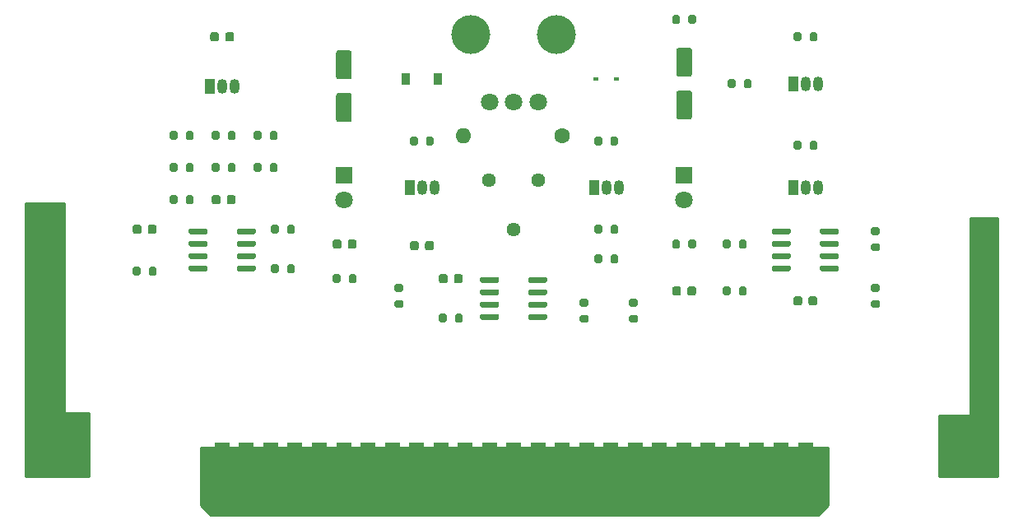
<source format=gbr>
G04 #@! TF.GenerationSoftware,KiCad,Pcbnew,(5.1.10)-1*
G04 #@! TF.CreationDate,2021-08-18T21:07:06-05:00*
G04 #@! TF.ProjectId,ConsolePedalPhaserSMT,436f6e73-6f6c-4655-9065-64616c506861,rev?*
G04 #@! TF.SameCoordinates,Original*
G04 #@! TF.FileFunction,Soldermask,Top*
G04 #@! TF.FilePolarity,Negative*
%FSLAX46Y46*%
G04 Gerber Fmt 4.6, Leading zero omitted, Abs format (unit mm)*
G04 Created by KiCad (PCBNEW (5.1.10)-1) date 2021-08-18 21:07:06*
%MOMM*%
%LPD*%
G01*
G04 APERTURE LIST*
%ADD10R,1.800000X1.800000*%
%ADD11C,1.800000*%
%ADD12R,1.500000X7.000000*%
%ADD13C,5.000000*%
%ADD14C,1.600000*%
%ADD15O,1.600000X1.600000*%
%ADD16R,1.050000X1.500000*%
%ADD17O,1.050000X1.500000*%
%ADD18C,4.000000*%
%ADD19C,1.440000*%
%ADD20R,0.900000X1.200000*%
%ADD21R,0.600000X0.450000*%
%ADD22C,0.254000*%
%ADD23C,0.100000*%
G04 APERTURE END LIST*
D10*
G04 #@! TO.C,D3*
X115250000Y-95000000D03*
D11*
X115250000Y-97540000D03*
G04 #@! TD*
G04 #@! TO.C,D4*
X150250000Y-97540000D03*
D10*
X150250000Y-95000000D03*
G04 #@! TD*
D12*
G04 #@! TO.C,J1*
X102715000Y-126000000D03*
X105215000Y-126000000D03*
X107715000Y-126000000D03*
X110215000Y-126000000D03*
X112715000Y-126000000D03*
X115215000Y-126000000D03*
X117715000Y-126000000D03*
X120215000Y-126000000D03*
X122715000Y-126000000D03*
X125215000Y-126000000D03*
X127715000Y-126000000D03*
X130215000Y-126000000D03*
X132715000Y-126000000D03*
X135215000Y-126000000D03*
X137715000Y-126000000D03*
X140215000Y-126000000D03*
X142715000Y-126000000D03*
X145215000Y-126000000D03*
X147715000Y-126000000D03*
X150215000Y-126000000D03*
X152715000Y-126000000D03*
X155215000Y-126000000D03*
X157715000Y-126000000D03*
X160215000Y-126000000D03*
X162715000Y-126000000D03*
G04 #@! TD*
D13*
G04 #@! TO.C,H1*
X85350000Y-122600000D03*
G04 #@! TD*
G04 #@! TO.C,H2*
X180150000Y-122600000D03*
G04 #@! TD*
D14*
G04 #@! TO.C,R29*
X137668000Y-90932000D03*
D15*
X127508000Y-90932000D03*
G04 #@! TD*
D16*
G04 #@! TO.C,Q1*
X122000000Y-96270000D03*
D17*
X124540000Y-96270000D03*
X123270000Y-96270000D03*
G04 #@! TD*
G04 #@! TO.C,Q2*
X142230000Y-96270000D03*
X143500000Y-96270000D03*
D16*
X140960000Y-96270000D03*
G04 #@! TD*
D17*
G04 #@! TO.C,Q3*
X162715000Y-96270000D03*
X163985000Y-96270000D03*
D16*
X161445000Y-96270000D03*
G04 #@! TD*
D17*
G04 #@! TO.C,Q4*
X162715000Y-85598000D03*
X163985000Y-85598000D03*
D16*
X161445000Y-85598000D03*
G04 #@! TD*
G04 #@! TO.C,Q5*
X101445000Y-85852000D03*
D17*
X103985000Y-85852000D03*
X102715000Y-85852000D03*
G04 #@! TD*
D11*
G04 #@! TO.C,RV1*
X130215000Y-87500000D03*
X132715000Y-87500000D03*
X135215000Y-87500000D03*
D18*
X128315000Y-80500000D03*
X137115000Y-80500000D03*
G04 #@! TD*
D19*
G04 #@! TO.C,RV2*
X135255000Y-95504000D03*
X132715000Y-100584000D03*
X130175000Y-95504000D03*
G04 #@! TD*
G04 #@! TO.C,C1*
G36*
G01*
X95967000Y-100334000D02*
X95967000Y-100834000D01*
G75*
G02*
X95742000Y-101059000I-225000J0D01*
G01*
X95292000Y-101059000D01*
G75*
G02*
X95067000Y-100834000I0J225000D01*
G01*
X95067000Y-100334000D01*
G75*
G02*
X95292000Y-100109000I225000J0D01*
G01*
X95742000Y-100109000D01*
G75*
G02*
X95967000Y-100334000I0J-225000D01*
G01*
G37*
G36*
G01*
X94417000Y-100334000D02*
X94417000Y-100834000D01*
G75*
G02*
X94192000Y-101059000I-225000J0D01*
G01*
X93742000Y-101059000D01*
G75*
G02*
X93517000Y-100834000I0J225000D01*
G01*
X93517000Y-100334000D01*
G75*
G02*
X93742000Y-100109000I225000J0D01*
G01*
X94192000Y-100109000D01*
G75*
G02*
X94417000Y-100334000I0J-225000D01*
G01*
G37*
G04 #@! TD*
G04 #@! TO.C,C2*
G36*
G01*
X116541000Y-101858000D02*
X116541000Y-102358000D01*
G75*
G02*
X116316000Y-102583000I-225000J0D01*
G01*
X115866000Y-102583000D01*
G75*
G02*
X115641000Y-102358000I0J225000D01*
G01*
X115641000Y-101858000D01*
G75*
G02*
X115866000Y-101633000I225000J0D01*
G01*
X116316000Y-101633000D01*
G75*
G02*
X116541000Y-101858000I0J-225000D01*
G01*
G37*
G36*
G01*
X114991000Y-101858000D02*
X114991000Y-102358000D01*
G75*
G02*
X114766000Y-102583000I-225000J0D01*
G01*
X114316000Y-102583000D01*
G75*
G02*
X114091000Y-102358000I0J225000D01*
G01*
X114091000Y-101858000D01*
G75*
G02*
X114316000Y-101633000I225000J0D01*
G01*
X114766000Y-101633000D01*
G75*
G02*
X114991000Y-101858000I0J-225000D01*
G01*
G37*
G04 #@! TD*
G04 #@! TO.C,C3*
G36*
G01*
X125013000Y-105914000D02*
X125013000Y-105414000D01*
G75*
G02*
X125238000Y-105189000I225000J0D01*
G01*
X125688000Y-105189000D01*
G75*
G02*
X125913000Y-105414000I0J-225000D01*
G01*
X125913000Y-105914000D01*
G75*
G02*
X125688000Y-106139000I-225000J0D01*
G01*
X125238000Y-106139000D01*
G75*
G02*
X125013000Y-105914000I0J225000D01*
G01*
G37*
G36*
G01*
X126563000Y-105914000D02*
X126563000Y-105414000D01*
G75*
G02*
X126788000Y-105189000I225000J0D01*
G01*
X127238000Y-105189000D01*
G75*
G02*
X127463000Y-105414000I0J-225000D01*
G01*
X127463000Y-105914000D01*
G75*
G02*
X127238000Y-106139000I-225000J0D01*
G01*
X126788000Y-106139000D01*
G75*
G02*
X126563000Y-105914000I0J225000D01*
G01*
G37*
G04 #@! TD*
G04 #@! TO.C,C4*
G36*
G01*
X149925000Y-106684000D02*
X149925000Y-107184000D01*
G75*
G02*
X149700000Y-107409000I-225000J0D01*
G01*
X149250000Y-107409000D01*
G75*
G02*
X149025000Y-107184000I0J225000D01*
G01*
X149025000Y-106684000D01*
G75*
G02*
X149250000Y-106459000I225000J0D01*
G01*
X149700000Y-106459000D01*
G75*
G02*
X149925000Y-106684000I0J-225000D01*
G01*
G37*
G36*
G01*
X151475000Y-106684000D02*
X151475000Y-107184000D01*
G75*
G02*
X151250000Y-107409000I-225000J0D01*
G01*
X150800000Y-107409000D01*
G75*
G02*
X150575000Y-107184000I0J225000D01*
G01*
X150575000Y-106684000D01*
G75*
G02*
X150800000Y-106459000I225000J0D01*
G01*
X151250000Y-106459000D01*
G75*
G02*
X151475000Y-106684000I0J-225000D01*
G01*
G37*
G04 #@! TD*
G04 #@! TO.C,C5*
G36*
G01*
X162390000Y-107700000D02*
X162390000Y-108200000D01*
G75*
G02*
X162165000Y-108425000I-225000J0D01*
G01*
X161715000Y-108425000D01*
G75*
G02*
X161490000Y-108200000I0J225000D01*
G01*
X161490000Y-107700000D01*
G75*
G02*
X161715000Y-107475000I225000J0D01*
G01*
X162165000Y-107475000D01*
G75*
G02*
X162390000Y-107700000I0J-225000D01*
G01*
G37*
G36*
G01*
X163940000Y-107700000D02*
X163940000Y-108200000D01*
G75*
G02*
X163715000Y-108425000I-225000J0D01*
G01*
X163265000Y-108425000D01*
G75*
G02*
X163040000Y-108200000I0J225000D01*
G01*
X163040000Y-107700000D01*
G75*
G02*
X163265000Y-107475000I225000J0D01*
G01*
X163715000Y-107475000D01*
G75*
G02*
X163940000Y-107700000I0J-225000D01*
G01*
G37*
G04 #@! TD*
G04 #@! TO.C,C6*
G36*
G01*
X103040000Y-81022000D02*
X103040000Y-80522000D01*
G75*
G02*
X103265000Y-80297000I225000J0D01*
G01*
X103715000Y-80297000D01*
G75*
G02*
X103940000Y-80522000I0J-225000D01*
G01*
X103940000Y-81022000D01*
G75*
G02*
X103715000Y-81247000I-225000J0D01*
G01*
X103265000Y-81247000D01*
G75*
G02*
X103040000Y-81022000I0J225000D01*
G01*
G37*
G36*
G01*
X101490000Y-81022000D02*
X101490000Y-80522000D01*
G75*
G02*
X101715000Y-80297000I225000J0D01*
G01*
X102165000Y-80297000D01*
G75*
G02*
X102390000Y-80522000I0J-225000D01*
G01*
X102390000Y-81022000D01*
G75*
G02*
X102165000Y-81247000I-225000J0D01*
G01*
X101715000Y-81247000D01*
G75*
G02*
X101490000Y-81022000I0J225000D01*
G01*
G37*
G04 #@! TD*
G04 #@! TO.C,C7*
G36*
G01*
X149700000Y-81898000D02*
X150800000Y-81898000D01*
G75*
G02*
X151050000Y-82148000I0J-250000D01*
G01*
X151050000Y-84648000D01*
G75*
G02*
X150800000Y-84898000I-250000J0D01*
G01*
X149700000Y-84898000D01*
G75*
G02*
X149450000Y-84648000I0J250000D01*
G01*
X149450000Y-82148000D01*
G75*
G02*
X149700000Y-81898000I250000J0D01*
G01*
G37*
G36*
G01*
X149700000Y-86298000D02*
X150800000Y-86298000D01*
G75*
G02*
X151050000Y-86548000I0J-250000D01*
G01*
X151050000Y-89048000D01*
G75*
G02*
X150800000Y-89298000I-250000J0D01*
G01*
X149700000Y-89298000D01*
G75*
G02*
X149450000Y-89048000I0J250000D01*
G01*
X149450000Y-86548000D01*
G75*
G02*
X149700000Y-86298000I250000J0D01*
G01*
G37*
G04 #@! TD*
G04 #@! TO.C,C8*
G36*
G01*
X122045000Y-102520000D02*
X122045000Y-102020000D01*
G75*
G02*
X122270000Y-101795000I225000J0D01*
G01*
X122720000Y-101795000D01*
G75*
G02*
X122945000Y-102020000I0J-225000D01*
G01*
X122945000Y-102520000D01*
G75*
G02*
X122720000Y-102745000I-225000J0D01*
G01*
X122270000Y-102745000D01*
G75*
G02*
X122045000Y-102520000I0J225000D01*
G01*
G37*
G36*
G01*
X123595000Y-102520000D02*
X123595000Y-102020000D01*
G75*
G02*
X123820000Y-101795000I225000J0D01*
G01*
X124270000Y-101795000D01*
G75*
G02*
X124495000Y-102020000I0J-225000D01*
G01*
X124495000Y-102520000D01*
G75*
G02*
X124270000Y-102745000I-225000J0D01*
G01*
X123820000Y-102745000D01*
G75*
G02*
X123595000Y-102520000I0J225000D01*
G01*
G37*
G04 #@! TD*
G04 #@! TO.C,C9*
G36*
G01*
X102545000Y-97286000D02*
X102545000Y-97786000D01*
G75*
G02*
X102320000Y-98011000I-225000J0D01*
G01*
X101870000Y-98011000D01*
G75*
G02*
X101645000Y-97786000I0J225000D01*
G01*
X101645000Y-97286000D01*
G75*
G02*
X101870000Y-97061000I225000J0D01*
G01*
X102320000Y-97061000D01*
G75*
G02*
X102545000Y-97286000I0J-225000D01*
G01*
G37*
G36*
G01*
X104095000Y-97286000D02*
X104095000Y-97786000D01*
G75*
G02*
X103870000Y-98011000I-225000J0D01*
G01*
X103420000Y-98011000D01*
G75*
G02*
X103195000Y-97786000I0J225000D01*
G01*
X103195000Y-97286000D01*
G75*
G02*
X103420000Y-97061000I225000J0D01*
G01*
X103870000Y-97061000D01*
G75*
G02*
X104095000Y-97286000I0J-225000D01*
G01*
G37*
G04 #@! TD*
G04 #@! TO.C,C10*
G36*
G01*
X114700000Y-86552000D02*
X115800000Y-86552000D01*
G75*
G02*
X116050000Y-86802000I0J-250000D01*
G01*
X116050000Y-89302000D01*
G75*
G02*
X115800000Y-89552000I-250000J0D01*
G01*
X114700000Y-89552000D01*
G75*
G02*
X114450000Y-89302000I0J250000D01*
G01*
X114450000Y-86802000D01*
G75*
G02*
X114700000Y-86552000I250000J0D01*
G01*
G37*
G36*
G01*
X114700000Y-82152000D02*
X115800000Y-82152000D01*
G75*
G02*
X116050000Y-82402000I0J-250000D01*
G01*
X116050000Y-84902000D01*
G75*
G02*
X115800000Y-85152000I-250000J0D01*
G01*
X114700000Y-85152000D01*
G75*
G02*
X114450000Y-84902000I0J250000D01*
G01*
X114450000Y-82402000D01*
G75*
G02*
X114700000Y-82152000I250000J0D01*
G01*
G37*
G04 #@! TD*
D20*
G04 #@! TO.C,D1*
X124920000Y-85090000D03*
X121620000Y-85090000D03*
G04 #@! TD*
D21*
G04 #@! TO.C,D2*
X143290000Y-85090000D03*
X141190000Y-85090000D03*
G04 #@! TD*
G04 #@! TO.C,R1*
G36*
G01*
X95167000Y-105177000D02*
X95167000Y-104627000D01*
G75*
G02*
X95367000Y-104427000I200000J0D01*
G01*
X95767000Y-104427000D01*
G75*
G02*
X95967000Y-104627000I0J-200000D01*
G01*
X95967000Y-105177000D01*
G75*
G02*
X95767000Y-105377000I-200000J0D01*
G01*
X95367000Y-105377000D01*
G75*
G02*
X95167000Y-105177000I0J200000D01*
G01*
G37*
G36*
G01*
X93517000Y-105177000D02*
X93517000Y-104627000D01*
G75*
G02*
X93717000Y-104427000I200000J0D01*
G01*
X94117000Y-104427000D01*
G75*
G02*
X94317000Y-104627000I0J-200000D01*
G01*
X94317000Y-105177000D01*
G75*
G02*
X94117000Y-105377000I-200000J0D01*
G01*
X93717000Y-105377000D01*
G75*
G02*
X93517000Y-105177000I0J200000D01*
G01*
G37*
G04 #@! TD*
G04 #@! TO.C,R2*
G36*
G01*
X97327000Y-97811000D02*
X97327000Y-97261000D01*
G75*
G02*
X97527000Y-97061000I200000J0D01*
G01*
X97927000Y-97061000D01*
G75*
G02*
X98127000Y-97261000I0J-200000D01*
G01*
X98127000Y-97811000D01*
G75*
G02*
X97927000Y-98011000I-200000J0D01*
G01*
X97527000Y-98011000D01*
G75*
G02*
X97327000Y-97811000I0J200000D01*
G01*
G37*
G36*
G01*
X98977000Y-97811000D02*
X98977000Y-97261000D01*
G75*
G02*
X99177000Y-97061000I200000J0D01*
G01*
X99577000Y-97061000D01*
G75*
G02*
X99777000Y-97261000I0J-200000D01*
G01*
X99777000Y-97811000D01*
G75*
G02*
X99577000Y-98011000I-200000J0D01*
G01*
X99177000Y-98011000D01*
G75*
G02*
X98977000Y-97811000I0J200000D01*
G01*
G37*
G04 #@! TD*
G04 #@! TO.C,R3*
G36*
G01*
X98127000Y-93959000D02*
X98127000Y-94509000D01*
G75*
G02*
X97927000Y-94709000I-200000J0D01*
G01*
X97527000Y-94709000D01*
G75*
G02*
X97327000Y-94509000I0J200000D01*
G01*
X97327000Y-93959000D01*
G75*
G02*
X97527000Y-93759000I200000J0D01*
G01*
X97927000Y-93759000D01*
G75*
G02*
X98127000Y-93959000I0J-200000D01*
G01*
G37*
G36*
G01*
X99777000Y-93959000D02*
X99777000Y-94509000D01*
G75*
G02*
X99577000Y-94709000I-200000J0D01*
G01*
X99177000Y-94709000D01*
G75*
G02*
X98977000Y-94509000I0J200000D01*
G01*
X98977000Y-93959000D01*
G75*
G02*
X99177000Y-93759000I200000J0D01*
G01*
X99577000Y-93759000D01*
G75*
G02*
X99777000Y-93959000I0J-200000D01*
G01*
G37*
G04 #@! TD*
G04 #@! TO.C,R4*
G36*
G01*
X116541000Y-105389000D02*
X116541000Y-105939000D01*
G75*
G02*
X116341000Y-106139000I-200000J0D01*
G01*
X115941000Y-106139000D01*
G75*
G02*
X115741000Y-105939000I0J200000D01*
G01*
X115741000Y-105389000D01*
G75*
G02*
X115941000Y-105189000I200000J0D01*
G01*
X116341000Y-105189000D01*
G75*
G02*
X116541000Y-105389000I0J-200000D01*
G01*
G37*
G36*
G01*
X114891000Y-105389000D02*
X114891000Y-105939000D01*
G75*
G02*
X114691000Y-106139000I-200000J0D01*
G01*
X114291000Y-106139000D01*
G75*
G02*
X114091000Y-105939000I0J200000D01*
G01*
X114091000Y-105389000D01*
G75*
G02*
X114291000Y-105189000I200000J0D01*
G01*
X114691000Y-105189000D01*
G75*
G02*
X114891000Y-105389000I0J-200000D01*
G01*
G37*
G04 #@! TD*
G04 #@! TO.C,R5*
G36*
G01*
X120629000Y-107867000D02*
X121179000Y-107867000D01*
G75*
G02*
X121379000Y-108067000I0J-200000D01*
G01*
X121379000Y-108467000D01*
G75*
G02*
X121179000Y-108667000I-200000J0D01*
G01*
X120629000Y-108667000D01*
G75*
G02*
X120429000Y-108467000I0J200000D01*
G01*
X120429000Y-108067000D01*
G75*
G02*
X120629000Y-107867000I200000J0D01*
G01*
G37*
G36*
G01*
X120629000Y-106217000D02*
X121179000Y-106217000D01*
G75*
G02*
X121379000Y-106417000I0J-200000D01*
G01*
X121379000Y-106817000D01*
G75*
G02*
X121179000Y-107017000I-200000J0D01*
G01*
X120629000Y-107017000D01*
G75*
G02*
X120429000Y-106817000I0J200000D01*
G01*
X120429000Y-106417000D01*
G75*
G02*
X120629000Y-106217000I200000J0D01*
G01*
G37*
G04 #@! TD*
G04 #@! TO.C,R6*
G36*
G01*
X122045000Y-91775000D02*
X122045000Y-91225000D01*
G75*
G02*
X122245000Y-91025000I200000J0D01*
G01*
X122645000Y-91025000D01*
G75*
G02*
X122845000Y-91225000I0J-200000D01*
G01*
X122845000Y-91775000D01*
G75*
G02*
X122645000Y-91975000I-200000J0D01*
G01*
X122245000Y-91975000D01*
G75*
G02*
X122045000Y-91775000I0J200000D01*
G01*
G37*
G36*
G01*
X123695000Y-91775000D02*
X123695000Y-91225000D01*
G75*
G02*
X123895000Y-91025000I200000J0D01*
G01*
X124295000Y-91025000D01*
G75*
G02*
X124495000Y-91225000I0J-200000D01*
G01*
X124495000Y-91775000D01*
G75*
G02*
X124295000Y-91975000I-200000J0D01*
G01*
X123895000Y-91975000D01*
G75*
G02*
X123695000Y-91775000I0J200000D01*
G01*
G37*
G04 #@! TD*
G04 #@! TO.C,R7*
G36*
G01*
X141005000Y-91775000D02*
X141005000Y-91225000D01*
G75*
G02*
X141205000Y-91025000I200000J0D01*
G01*
X141605000Y-91025000D01*
G75*
G02*
X141805000Y-91225000I0J-200000D01*
G01*
X141805000Y-91775000D01*
G75*
G02*
X141605000Y-91975000I-200000J0D01*
G01*
X141205000Y-91975000D01*
G75*
G02*
X141005000Y-91775000I0J200000D01*
G01*
G37*
G36*
G01*
X142655000Y-91775000D02*
X142655000Y-91225000D01*
G75*
G02*
X142855000Y-91025000I200000J0D01*
G01*
X143255000Y-91025000D01*
G75*
G02*
X143455000Y-91225000I0J-200000D01*
G01*
X143455000Y-91775000D01*
G75*
G02*
X143255000Y-91975000I-200000J0D01*
G01*
X142855000Y-91975000D01*
G75*
G02*
X142655000Y-91775000I0J200000D01*
G01*
G37*
G04 #@! TD*
G04 #@! TO.C,R8*
G36*
G01*
X126663000Y-110003000D02*
X126663000Y-109453000D01*
G75*
G02*
X126863000Y-109253000I200000J0D01*
G01*
X127263000Y-109253000D01*
G75*
G02*
X127463000Y-109453000I0J-200000D01*
G01*
X127463000Y-110003000D01*
G75*
G02*
X127263000Y-110203000I-200000J0D01*
G01*
X126863000Y-110203000D01*
G75*
G02*
X126663000Y-110003000I0J200000D01*
G01*
G37*
G36*
G01*
X125013000Y-110003000D02*
X125013000Y-109453000D01*
G75*
G02*
X125213000Y-109253000I200000J0D01*
G01*
X125613000Y-109253000D01*
G75*
G02*
X125813000Y-109453000I0J-200000D01*
G01*
X125813000Y-110003000D01*
G75*
G02*
X125613000Y-110203000I-200000J0D01*
G01*
X125213000Y-110203000D01*
G75*
G02*
X125013000Y-110003000I0J200000D01*
G01*
G37*
G04 #@! TD*
G04 #@! TO.C,R9*
G36*
G01*
X140229000Y-110191000D02*
X139679000Y-110191000D01*
G75*
G02*
X139479000Y-109991000I0J200000D01*
G01*
X139479000Y-109591000D01*
G75*
G02*
X139679000Y-109391000I200000J0D01*
G01*
X140229000Y-109391000D01*
G75*
G02*
X140429000Y-109591000I0J-200000D01*
G01*
X140429000Y-109991000D01*
G75*
G02*
X140229000Y-110191000I-200000J0D01*
G01*
G37*
G36*
G01*
X140229000Y-108541000D02*
X139679000Y-108541000D01*
G75*
G02*
X139479000Y-108341000I0J200000D01*
G01*
X139479000Y-107941000D01*
G75*
G02*
X139679000Y-107741000I200000J0D01*
G01*
X140229000Y-107741000D01*
G75*
G02*
X140429000Y-107941000I0J-200000D01*
G01*
X140429000Y-108341000D01*
G75*
G02*
X140229000Y-108541000I-200000J0D01*
G01*
G37*
G04 #@! TD*
G04 #@! TO.C,R10*
G36*
G01*
X150675000Y-102383000D02*
X150675000Y-101833000D01*
G75*
G02*
X150875000Y-101633000I200000J0D01*
G01*
X151275000Y-101633000D01*
G75*
G02*
X151475000Y-101833000I0J-200000D01*
G01*
X151475000Y-102383000D01*
G75*
G02*
X151275000Y-102583000I-200000J0D01*
G01*
X150875000Y-102583000D01*
G75*
G02*
X150675000Y-102383000I0J200000D01*
G01*
G37*
G36*
G01*
X149025000Y-102383000D02*
X149025000Y-101833000D01*
G75*
G02*
X149225000Y-101633000I200000J0D01*
G01*
X149625000Y-101633000D01*
G75*
G02*
X149825000Y-101833000I0J-200000D01*
G01*
X149825000Y-102383000D01*
G75*
G02*
X149625000Y-102583000I-200000J0D01*
G01*
X149225000Y-102583000D01*
G75*
G02*
X149025000Y-102383000I0J200000D01*
G01*
G37*
G04 #@! TD*
G04 #@! TO.C,R11*
G36*
G01*
X163140000Y-92223000D02*
X163140000Y-91673000D01*
G75*
G02*
X163340000Y-91473000I200000J0D01*
G01*
X163740000Y-91473000D01*
G75*
G02*
X163940000Y-91673000I0J-200000D01*
G01*
X163940000Y-92223000D01*
G75*
G02*
X163740000Y-92423000I-200000J0D01*
G01*
X163340000Y-92423000D01*
G75*
G02*
X163140000Y-92223000I0J200000D01*
G01*
G37*
G36*
G01*
X161490000Y-92223000D02*
X161490000Y-91673000D01*
G75*
G02*
X161690000Y-91473000I200000J0D01*
G01*
X162090000Y-91473000D01*
G75*
G02*
X162290000Y-91673000I0J-200000D01*
G01*
X162290000Y-92223000D01*
G75*
G02*
X162090000Y-92423000I-200000J0D01*
G01*
X161690000Y-92423000D01*
G75*
G02*
X161490000Y-92223000I0J200000D01*
G01*
G37*
G04 #@! TD*
G04 #@! TO.C,R12*
G36*
G01*
X154223000Y-102383000D02*
X154223000Y-101833000D01*
G75*
G02*
X154423000Y-101633000I200000J0D01*
G01*
X154823000Y-101633000D01*
G75*
G02*
X155023000Y-101833000I0J-200000D01*
G01*
X155023000Y-102383000D01*
G75*
G02*
X154823000Y-102583000I-200000J0D01*
G01*
X154423000Y-102583000D01*
G75*
G02*
X154223000Y-102383000I0J200000D01*
G01*
G37*
G36*
G01*
X155873000Y-102383000D02*
X155873000Y-101833000D01*
G75*
G02*
X156073000Y-101633000I200000J0D01*
G01*
X156473000Y-101633000D01*
G75*
G02*
X156673000Y-101833000I0J-200000D01*
G01*
X156673000Y-102383000D01*
G75*
G02*
X156473000Y-102583000I-200000J0D01*
G01*
X156073000Y-102583000D01*
G75*
G02*
X155873000Y-102383000I0J200000D01*
G01*
G37*
G04 #@! TD*
G04 #@! TO.C,R13*
G36*
G01*
X170201000Y-107017000D02*
X169651000Y-107017000D01*
G75*
G02*
X169451000Y-106817000I0J200000D01*
G01*
X169451000Y-106417000D01*
G75*
G02*
X169651000Y-106217000I200000J0D01*
G01*
X170201000Y-106217000D01*
G75*
G02*
X170401000Y-106417000I0J-200000D01*
G01*
X170401000Y-106817000D01*
G75*
G02*
X170201000Y-107017000I-200000J0D01*
G01*
G37*
G36*
G01*
X170201000Y-108667000D02*
X169651000Y-108667000D01*
G75*
G02*
X169451000Y-108467000I0J200000D01*
G01*
X169451000Y-108067000D01*
G75*
G02*
X169651000Y-107867000I200000J0D01*
G01*
X170201000Y-107867000D01*
G75*
G02*
X170401000Y-108067000I0J-200000D01*
G01*
X170401000Y-108467000D01*
G75*
G02*
X170201000Y-108667000I-200000J0D01*
G01*
G37*
G04 #@! TD*
G04 #@! TO.C,R14*
G36*
G01*
X170201000Y-102825000D02*
X169651000Y-102825000D01*
G75*
G02*
X169451000Y-102625000I0J200000D01*
G01*
X169451000Y-102225000D01*
G75*
G02*
X169651000Y-102025000I200000J0D01*
G01*
X170201000Y-102025000D01*
G75*
G02*
X170401000Y-102225000I0J-200000D01*
G01*
X170401000Y-102625000D01*
G75*
G02*
X170201000Y-102825000I-200000J0D01*
G01*
G37*
G36*
G01*
X170201000Y-101175000D02*
X169651000Y-101175000D01*
G75*
G02*
X169451000Y-100975000I0J200000D01*
G01*
X169451000Y-100575000D01*
G75*
G02*
X169651000Y-100375000I200000J0D01*
G01*
X170201000Y-100375000D01*
G75*
G02*
X170401000Y-100575000I0J-200000D01*
G01*
X170401000Y-100975000D01*
G75*
G02*
X170201000Y-101175000I-200000J0D01*
G01*
G37*
G04 #@! TD*
G04 #@! TO.C,R15*
G36*
G01*
X161490000Y-81047000D02*
X161490000Y-80497000D01*
G75*
G02*
X161690000Y-80297000I200000J0D01*
G01*
X162090000Y-80297000D01*
G75*
G02*
X162290000Y-80497000I0J-200000D01*
G01*
X162290000Y-81047000D01*
G75*
G02*
X162090000Y-81247000I-200000J0D01*
G01*
X161690000Y-81247000D01*
G75*
G02*
X161490000Y-81047000I0J200000D01*
G01*
G37*
G36*
G01*
X163140000Y-81047000D02*
X163140000Y-80497000D01*
G75*
G02*
X163340000Y-80297000I200000J0D01*
G01*
X163740000Y-80297000D01*
G75*
G02*
X163940000Y-80497000I0J-200000D01*
G01*
X163940000Y-81047000D01*
G75*
G02*
X163740000Y-81247000I-200000J0D01*
G01*
X163340000Y-81247000D01*
G75*
G02*
X163140000Y-81047000I0J200000D01*
G01*
G37*
G04 #@! TD*
G04 #@! TO.C,R16*
G36*
G01*
X104095000Y-90657000D02*
X104095000Y-91207000D01*
G75*
G02*
X103895000Y-91407000I-200000J0D01*
G01*
X103495000Y-91407000D01*
G75*
G02*
X103295000Y-91207000I0J200000D01*
G01*
X103295000Y-90657000D01*
G75*
G02*
X103495000Y-90457000I200000J0D01*
G01*
X103895000Y-90457000D01*
G75*
G02*
X104095000Y-90657000I0J-200000D01*
G01*
G37*
G36*
G01*
X102445000Y-90657000D02*
X102445000Y-91207000D01*
G75*
G02*
X102245000Y-91407000I-200000J0D01*
G01*
X101845000Y-91407000D01*
G75*
G02*
X101645000Y-91207000I0J200000D01*
G01*
X101645000Y-90657000D01*
G75*
G02*
X101845000Y-90457000I200000J0D01*
G01*
X102245000Y-90457000D01*
G75*
G02*
X102445000Y-90657000I0J-200000D01*
G01*
G37*
G04 #@! TD*
G04 #@! TO.C,R17*
G36*
G01*
X98977000Y-91207000D02*
X98977000Y-90657000D01*
G75*
G02*
X99177000Y-90457000I200000J0D01*
G01*
X99577000Y-90457000D01*
G75*
G02*
X99777000Y-90657000I0J-200000D01*
G01*
X99777000Y-91207000D01*
G75*
G02*
X99577000Y-91407000I-200000J0D01*
G01*
X99177000Y-91407000D01*
G75*
G02*
X98977000Y-91207000I0J200000D01*
G01*
G37*
G36*
G01*
X97327000Y-91207000D02*
X97327000Y-90657000D01*
G75*
G02*
X97527000Y-90457000I200000J0D01*
G01*
X97927000Y-90457000D01*
G75*
G02*
X98127000Y-90657000I0J-200000D01*
G01*
X98127000Y-91207000D01*
G75*
G02*
X97927000Y-91407000I-200000J0D01*
G01*
X97527000Y-91407000D01*
G75*
G02*
X97327000Y-91207000I0J200000D01*
G01*
G37*
G04 #@! TD*
G04 #@! TO.C,R18*
G36*
G01*
X103295000Y-94509000D02*
X103295000Y-93959000D01*
G75*
G02*
X103495000Y-93759000I200000J0D01*
G01*
X103895000Y-93759000D01*
G75*
G02*
X104095000Y-93959000I0J-200000D01*
G01*
X104095000Y-94509000D01*
G75*
G02*
X103895000Y-94709000I-200000J0D01*
G01*
X103495000Y-94709000D01*
G75*
G02*
X103295000Y-94509000I0J200000D01*
G01*
G37*
G36*
G01*
X101645000Y-94509000D02*
X101645000Y-93959000D01*
G75*
G02*
X101845000Y-93759000I200000J0D01*
G01*
X102245000Y-93759000D01*
G75*
G02*
X102445000Y-93959000I0J-200000D01*
G01*
X102445000Y-94509000D01*
G75*
G02*
X102245000Y-94709000I-200000J0D01*
G01*
X101845000Y-94709000D01*
G75*
G02*
X101645000Y-94509000I0J200000D01*
G01*
G37*
G04 #@! TD*
G04 #@! TO.C,R19*
G36*
G01*
X154223000Y-107209000D02*
X154223000Y-106659000D01*
G75*
G02*
X154423000Y-106459000I200000J0D01*
G01*
X154823000Y-106459000D01*
G75*
G02*
X155023000Y-106659000I0J-200000D01*
G01*
X155023000Y-107209000D01*
G75*
G02*
X154823000Y-107409000I-200000J0D01*
G01*
X154423000Y-107409000D01*
G75*
G02*
X154223000Y-107209000I0J200000D01*
G01*
G37*
G36*
G01*
X155873000Y-107209000D02*
X155873000Y-106659000D01*
G75*
G02*
X156073000Y-106459000I200000J0D01*
G01*
X156473000Y-106459000D01*
G75*
G02*
X156673000Y-106659000I0J-200000D01*
G01*
X156673000Y-107209000D01*
G75*
G02*
X156473000Y-107409000I-200000J0D01*
G01*
X156073000Y-107409000D01*
G75*
G02*
X155873000Y-107209000I0J200000D01*
G01*
G37*
G04 #@! TD*
G04 #@! TO.C,R20*
G36*
G01*
X142665000Y-103907000D02*
X142665000Y-103357000D01*
G75*
G02*
X142865000Y-103157000I200000J0D01*
G01*
X143265000Y-103157000D01*
G75*
G02*
X143465000Y-103357000I0J-200000D01*
G01*
X143465000Y-103907000D01*
G75*
G02*
X143265000Y-104107000I-200000J0D01*
G01*
X142865000Y-104107000D01*
G75*
G02*
X142665000Y-103907000I0J200000D01*
G01*
G37*
G36*
G01*
X141015000Y-103907000D02*
X141015000Y-103357000D01*
G75*
G02*
X141215000Y-103157000I200000J0D01*
G01*
X141615000Y-103157000D01*
G75*
G02*
X141815000Y-103357000I0J-200000D01*
G01*
X141815000Y-103907000D01*
G75*
G02*
X141615000Y-104107000I-200000J0D01*
G01*
X141215000Y-104107000D01*
G75*
G02*
X141015000Y-103907000I0J200000D01*
G01*
G37*
G04 #@! TD*
G04 #@! TO.C,R21*
G36*
G01*
X157181000Y-85323000D02*
X157181000Y-85873000D01*
G75*
G02*
X156981000Y-86073000I-200000J0D01*
G01*
X156581000Y-86073000D01*
G75*
G02*
X156381000Y-85873000I0J200000D01*
G01*
X156381000Y-85323000D01*
G75*
G02*
X156581000Y-85123000I200000J0D01*
G01*
X156981000Y-85123000D01*
G75*
G02*
X157181000Y-85323000I0J-200000D01*
G01*
G37*
G36*
G01*
X155531000Y-85323000D02*
X155531000Y-85873000D01*
G75*
G02*
X155331000Y-86073000I-200000J0D01*
G01*
X154931000Y-86073000D01*
G75*
G02*
X154731000Y-85873000I0J200000D01*
G01*
X154731000Y-85323000D01*
G75*
G02*
X154931000Y-85123000I200000J0D01*
G01*
X155331000Y-85123000D01*
G75*
G02*
X155531000Y-85323000I0J-200000D01*
G01*
G37*
G04 #@! TD*
G04 #@! TO.C,R22*
G36*
G01*
X142655000Y-100859000D02*
X142655000Y-100309000D01*
G75*
G02*
X142855000Y-100109000I200000J0D01*
G01*
X143255000Y-100109000D01*
G75*
G02*
X143455000Y-100309000I0J-200000D01*
G01*
X143455000Y-100859000D01*
G75*
G02*
X143255000Y-101059000I-200000J0D01*
G01*
X142855000Y-101059000D01*
G75*
G02*
X142655000Y-100859000I0J200000D01*
G01*
G37*
G36*
G01*
X141005000Y-100859000D02*
X141005000Y-100309000D01*
G75*
G02*
X141205000Y-100109000I200000J0D01*
G01*
X141605000Y-100109000D01*
G75*
G02*
X141805000Y-100309000I0J-200000D01*
G01*
X141805000Y-100859000D01*
G75*
G02*
X141605000Y-101059000I-200000J0D01*
G01*
X141205000Y-101059000D01*
G75*
G02*
X141005000Y-100859000I0J200000D01*
G01*
G37*
G04 #@! TD*
G04 #@! TO.C,R23*
G36*
G01*
X149025000Y-79269000D02*
X149025000Y-78719000D01*
G75*
G02*
X149225000Y-78519000I200000J0D01*
G01*
X149625000Y-78519000D01*
G75*
G02*
X149825000Y-78719000I0J-200000D01*
G01*
X149825000Y-79269000D01*
G75*
G02*
X149625000Y-79469000I-200000J0D01*
G01*
X149225000Y-79469000D01*
G75*
G02*
X149025000Y-79269000I0J200000D01*
G01*
G37*
G36*
G01*
X150675000Y-79269000D02*
X150675000Y-78719000D01*
G75*
G02*
X150875000Y-78519000I200000J0D01*
G01*
X151275000Y-78519000D01*
G75*
G02*
X151475000Y-78719000I0J-200000D01*
G01*
X151475000Y-79269000D01*
G75*
G02*
X151275000Y-79469000I-200000J0D01*
G01*
X150875000Y-79469000D01*
G75*
G02*
X150675000Y-79269000I0J200000D01*
G01*
G37*
G04 #@! TD*
G04 #@! TO.C,R24*
G36*
G01*
X107613000Y-94509000D02*
X107613000Y-93959000D01*
G75*
G02*
X107813000Y-93759000I200000J0D01*
G01*
X108213000Y-93759000D01*
G75*
G02*
X108413000Y-93959000I0J-200000D01*
G01*
X108413000Y-94509000D01*
G75*
G02*
X108213000Y-94709000I-200000J0D01*
G01*
X107813000Y-94709000D01*
G75*
G02*
X107613000Y-94509000I0J200000D01*
G01*
G37*
G36*
G01*
X105963000Y-94509000D02*
X105963000Y-93959000D01*
G75*
G02*
X106163000Y-93759000I200000J0D01*
G01*
X106563000Y-93759000D01*
G75*
G02*
X106763000Y-93959000I0J-200000D01*
G01*
X106763000Y-94509000D01*
G75*
G02*
X106563000Y-94709000I-200000J0D01*
G01*
X106163000Y-94709000D01*
G75*
G02*
X105963000Y-94509000I0J200000D01*
G01*
G37*
G04 #@! TD*
G04 #@! TO.C,R25*
G36*
G01*
X109391000Y-100859000D02*
X109391000Y-100309000D01*
G75*
G02*
X109591000Y-100109000I200000J0D01*
G01*
X109991000Y-100109000D01*
G75*
G02*
X110191000Y-100309000I0J-200000D01*
G01*
X110191000Y-100859000D01*
G75*
G02*
X109991000Y-101059000I-200000J0D01*
G01*
X109591000Y-101059000D01*
G75*
G02*
X109391000Y-100859000I0J200000D01*
G01*
G37*
G36*
G01*
X107741000Y-100859000D02*
X107741000Y-100309000D01*
G75*
G02*
X107941000Y-100109000I200000J0D01*
G01*
X108341000Y-100109000D01*
G75*
G02*
X108541000Y-100309000I0J-200000D01*
G01*
X108541000Y-100859000D01*
G75*
G02*
X108341000Y-101059000I-200000J0D01*
G01*
X107941000Y-101059000D01*
G75*
G02*
X107741000Y-100859000I0J200000D01*
G01*
G37*
G04 #@! TD*
G04 #@! TO.C,R26*
G36*
G01*
X107741000Y-104923000D02*
X107741000Y-104373000D01*
G75*
G02*
X107941000Y-104173000I200000J0D01*
G01*
X108341000Y-104173000D01*
G75*
G02*
X108541000Y-104373000I0J-200000D01*
G01*
X108541000Y-104923000D01*
G75*
G02*
X108341000Y-105123000I-200000J0D01*
G01*
X107941000Y-105123000D01*
G75*
G02*
X107741000Y-104923000I0J200000D01*
G01*
G37*
G36*
G01*
X109391000Y-104923000D02*
X109391000Y-104373000D01*
G75*
G02*
X109591000Y-104173000I200000J0D01*
G01*
X109991000Y-104173000D01*
G75*
G02*
X110191000Y-104373000I0J-200000D01*
G01*
X110191000Y-104923000D01*
G75*
G02*
X109991000Y-105123000I-200000J0D01*
G01*
X109591000Y-105123000D01*
G75*
G02*
X109391000Y-104923000I0J200000D01*
G01*
G37*
G04 #@! TD*
G04 #@! TO.C,R27*
G36*
G01*
X105963000Y-91207000D02*
X105963000Y-90657000D01*
G75*
G02*
X106163000Y-90457000I200000J0D01*
G01*
X106563000Y-90457000D01*
G75*
G02*
X106763000Y-90657000I0J-200000D01*
G01*
X106763000Y-91207000D01*
G75*
G02*
X106563000Y-91407000I-200000J0D01*
G01*
X106163000Y-91407000D01*
G75*
G02*
X105963000Y-91207000I0J200000D01*
G01*
G37*
G36*
G01*
X107613000Y-91207000D02*
X107613000Y-90657000D01*
G75*
G02*
X107813000Y-90457000I200000J0D01*
G01*
X108213000Y-90457000D01*
G75*
G02*
X108413000Y-90657000I0J-200000D01*
G01*
X108413000Y-91207000D01*
G75*
G02*
X108213000Y-91407000I-200000J0D01*
G01*
X107813000Y-91407000D01*
G75*
G02*
X107613000Y-91207000I0J200000D01*
G01*
G37*
G04 #@! TD*
G04 #@! TO.C,R28*
G36*
G01*
X144759000Y-109391000D02*
X145309000Y-109391000D01*
G75*
G02*
X145509000Y-109591000I0J-200000D01*
G01*
X145509000Y-109991000D01*
G75*
G02*
X145309000Y-110191000I-200000J0D01*
G01*
X144759000Y-110191000D01*
G75*
G02*
X144559000Y-109991000I0J200000D01*
G01*
X144559000Y-109591000D01*
G75*
G02*
X144759000Y-109391000I200000J0D01*
G01*
G37*
G36*
G01*
X144759000Y-107741000D02*
X145309000Y-107741000D01*
G75*
G02*
X145509000Y-107941000I0J-200000D01*
G01*
X145509000Y-108341000D01*
G75*
G02*
X145309000Y-108541000I-200000J0D01*
G01*
X144759000Y-108541000D01*
G75*
G02*
X144559000Y-108341000I0J200000D01*
G01*
X144559000Y-107941000D01*
G75*
G02*
X144759000Y-107741000I200000J0D01*
G01*
G37*
G04 #@! TD*
G04 #@! TO.C,U1*
G36*
G01*
X99265000Y-100941000D02*
X99265000Y-100641000D01*
G75*
G02*
X99415000Y-100491000I150000J0D01*
G01*
X101065000Y-100491000D01*
G75*
G02*
X101215000Y-100641000I0J-150000D01*
G01*
X101215000Y-100941000D01*
G75*
G02*
X101065000Y-101091000I-150000J0D01*
G01*
X99415000Y-101091000D01*
G75*
G02*
X99265000Y-100941000I0J150000D01*
G01*
G37*
G36*
G01*
X99265000Y-102211000D02*
X99265000Y-101911000D01*
G75*
G02*
X99415000Y-101761000I150000J0D01*
G01*
X101065000Y-101761000D01*
G75*
G02*
X101215000Y-101911000I0J-150000D01*
G01*
X101215000Y-102211000D01*
G75*
G02*
X101065000Y-102361000I-150000J0D01*
G01*
X99415000Y-102361000D01*
G75*
G02*
X99265000Y-102211000I0J150000D01*
G01*
G37*
G36*
G01*
X99265000Y-103481000D02*
X99265000Y-103181000D01*
G75*
G02*
X99415000Y-103031000I150000J0D01*
G01*
X101065000Y-103031000D01*
G75*
G02*
X101215000Y-103181000I0J-150000D01*
G01*
X101215000Y-103481000D01*
G75*
G02*
X101065000Y-103631000I-150000J0D01*
G01*
X99415000Y-103631000D01*
G75*
G02*
X99265000Y-103481000I0J150000D01*
G01*
G37*
G36*
G01*
X99265000Y-104751000D02*
X99265000Y-104451000D01*
G75*
G02*
X99415000Y-104301000I150000J0D01*
G01*
X101065000Y-104301000D01*
G75*
G02*
X101215000Y-104451000I0J-150000D01*
G01*
X101215000Y-104751000D01*
G75*
G02*
X101065000Y-104901000I-150000J0D01*
G01*
X99415000Y-104901000D01*
G75*
G02*
X99265000Y-104751000I0J150000D01*
G01*
G37*
G36*
G01*
X104215000Y-104751000D02*
X104215000Y-104451000D01*
G75*
G02*
X104365000Y-104301000I150000J0D01*
G01*
X106015000Y-104301000D01*
G75*
G02*
X106165000Y-104451000I0J-150000D01*
G01*
X106165000Y-104751000D01*
G75*
G02*
X106015000Y-104901000I-150000J0D01*
G01*
X104365000Y-104901000D01*
G75*
G02*
X104215000Y-104751000I0J150000D01*
G01*
G37*
G36*
G01*
X104215000Y-103481000D02*
X104215000Y-103181000D01*
G75*
G02*
X104365000Y-103031000I150000J0D01*
G01*
X106015000Y-103031000D01*
G75*
G02*
X106165000Y-103181000I0J-150000D01*
G01*
X106165000Y-103481000D01*
G75*
G02*
X106015000Y-103631000I-150000J0D01*
G01*
X104365000Y-103631000D01*
G75*
G02*
X104215000Y-103481000I0J150000D01*
G01*
G37*
G36*
G01*
X104215000Y-102211000D02*
X104215000Y-101911000D01*
G75*
G02*
X104365000Y-101761000I150000J0D01*
G01*
X106015000Y-101761000D01*
G75*
G02*
X106165000Y-101911000I0J-150000D01*
G01*
X106165000Y-102211000D01*
G75*
G02*
X106015000Y-102361000I-150000J0D01*
G01*
X104365000Y-102361000D01*
G75*
G02*
X104215000Y-102211000I0J150000D01*
G01*
G37*
G36*
G01*
X104215000Y-100941000D02*
X104215000Y-100641000D01*
G75*
G02*
X104365000Y-100491000I150000J0D01*
G01*
X106015000Y-100491000D01*
G75*
G02*
X106165000Y-100641000I0J-150000D01*
G01*
X106165000Y-100941000D01*
G75*
G02*
X106015000Y-101091000I-150000J0D01*
G01*
X104365000Y-101091000D01*
G75*
G02*
X104215000Y-100941000I0J150000D01*
G01*
G37*
G04 #@! TD*
G04 #@! TO.C,U2*
G36*
G01*
X134215000Y-105941000D02*
X134215000Y-105641000D01*
G75*
G02*
X134365000Y-105491000I150000J0D01*
G01*
X136015000Y-105491000D01*
G75*
G02*
X136165000Y-105641000I0J-150000D01*
G01*
X136165000Y-105941000D01*
G75*
G02*
X136015000Y-106091000I-150000J0D01*
G01*
X134365000Y-106091000D01*
G75*
G02*
X134215000Y-105941000I0J150000D01*
G01*
G37*
G36*
G01*
X134215000Y-107211000D02*
X134215000Y-106911000D01*
G75*
G02*
X134365000Y-106761000I150000J0D01*
G01*
X136015000Y-106761000D01*
G75*
G02*
X136165000Y-106911000I0J-150000D01*
G01*
X136165000Y-107211000D01*
G75*
G02*
X136015000Y-107361000I-150000J0D01*
G01*
X134365000Y-107361000D01*
G75*
G02*
X134215000Y-107211000I0J150000D01*
G01*
G37*
G36*
G01*
X134215000Y-108481000D02*
X134215000Y-108181000D01*
G75*
G02*
X134365000Y-108031000I150000J0D01*
G01*
X136015000Y-108031000D01*
G75*
G02*
X136165000Y-108181000I0J-150000D01*
G01*
X136165000Y-108481000D01*
G75*
G02*
X136015000Y-108631000I-150000J0D01*
G01*
X134365000Y-108631000D01*
G75*
G02*
X134215000Y-108481000I0J150000D01*
G01*
G37*
G36*
G01*
X134215000Y-109751000D02*
X134215000Y-109451000D01*
G75*
G02*
X134365000Y-109301000I150000J0D01*
G01*
X136015000Y-109301000D01*
G75*
G02*
X136165000Y-109451000I0J-150000D01*
G01*
X136165000Y-109751000D01*
G75*
G02*
X136015000Y-109901000I-150000J0D01*
G01*
X134365000Y-109901000D01*
G75*
G02*
X134215000Y-109751000I0J150000D01*
G01*
G37*
G36*
G01*
X129265000Y-109751000D02*
X129265000Y-109451000D01*
G75*
G02*
X129415000Y-109301000I150000J0D01*
G01*
X131065000Y-109301000D01*
G75*
G02*
X131215000Y-109451000I0J-150000D01*
G01*
X131215000Y-109751000D01*
G75*
G02*
X131065000Y-109901000I-150000J0D01*
G01*
X129415000Y-109901000D01*
G75*
G02*
X129265000Y-109751000I0J150000D01*
G01*
G37*
G36*
G01*
X129265000Y-108481000D02*
X129265000Y-108181000D01*
G75*
G02*
X129415000Y-108031000I150000J0D01*
G01*
X131065000Y-108031000D01*
G75*
G02*
X131215000Y-108181000I0J-150000D01*
G01*
X131215000Y-108481000D01*
G75*
G02*
X131065000Y-108631000I-150000J0D01*
G01*
X129415000Y-108631000D01*
G75*
G02*
X129265000Y-108481000I0J150000D01*
G01*
G37*
G36*
G01*
X129265000Y-107211000D02*
X129265000Y-106911000D01*
G75*
G02*
X129415000Y-106761000I150000J0D01*
G01*
X131065000Y-106761000D01*
G75*
G02*
X131215000Y-106911000I0J-150000D01*
G01*
X131215000Y-107211000D01*
G75*
G02*
X131065000Y-107361000I-150000J0D01*
G01*
X129415000Y-107361000D01*
G75*
G02*
X129265000Y-107211000I0J150000D01*
G01*
G37*
G36*
G01*
X129265000Y-105941000D02*
X129265000Y-105641000D01*
G75*
G02*
X129415000Y-105491000I150000J0D01*
G01*
X131065000Y-105491000D01*
G75*
G02*
X131215000Y-105641000I0J-150000D01*
G01*
X131215000Y-105941000D01*
G75*
G02*
X131065000Y-106091000I-150000J0D01*
G01*
X129415000Y-106091000D01*
G75*
G02*
X129265000Y-105941000I0J150000D01*
G01*
G37*
G04 #@! TD*
G04 #@! TO.C,U3*
G36*
G01*
X159265000Y-100941000D02*
X159265000Y-100641000D01*
G75*
G02*
X159415000Y-100491000I150000J0D01*
G01*
X161065000Y-100491000D01*
G75*
G02*
X161215000Y-100641000I0J-150000D01*
G01*
X161215000Y-100941000D01*
G75*
G02*
X161065000Y-101091000I-150000J0D01*
G01*
X159415000Y-101091000D01*
G75*
G02*
X159265000Y-100941000I0J150000D01*
G01*
G37*
G36*
G01*
X159265000Y-102211000D02*
X159265000Y-101911000D01*
G75*
G02*
X159415000Y-101761000I150000J0D01*
G01*
X161065000Y-101761000D01*
G75*
G02*
X161215000Y-101911000I0J-150000D01*
G01*
X161215000Y-102211000D01*
G75*
G02*
X161065000Y-102361000I-150000J0D01*
G01*
X159415000Y-102361000D01*
G75*
G02*
X159265000Y-102211000I0J150000D01*
G01*
G37*
G36*
G01*
X159265000Y-103481000D02*
X159265000Y-103181000D01*
G75*
G02*
X159415000Y-103031000I150000J0D01*
G01*
X161065000Y-103031000D01*
G75*
G02*
X161215000Y-103181000I0J-150000D01*
G01*
X161215000Y-103481000D01*
G75*
G02*
X161065000Y-103631000I-150000J0D01*
G01*
X159415000Y-103631000D01*
G75*
G02*
X159265000Y-103481000I0J150000D01*
G01*
G37*
G36*
G01*
X159265000Y-104751000D02*
X159265000Y-104451000D01*
G75*
G02*
X159415000Y-104301000I150000J0D01*
G01*
X161065000Y-104301000D01*
G75*
G02*
X161215000Y-104451000I0J-150000D01*
G01*
X161215000Y-104751000D01*
G75*
G02*
X161065000Y-104901000I-150000J0D01*
G01*
X159415000Y-104901000D01*
G75*
G02*
X159265000Y-104751000I0J150000D01*
G01*
G37*
G36*
G01*
X164215000Y-104751000D02*
X164215000Y-104451000D01*
G75*
G02*
X164365000Y-104301000I150000J0D01*
G01*
X166015000Y-104301000D01*
G75*
G02*
X166165000Y-104451000I0J-150000D01*
G01*
X166165000Y-104751000D01*
G75*
G02*
X166015000Y-104901000I-150000J0D01*
G01*
X164365000Y-104901000D01*
G75*
G02*
X164215000Y-104751000I0J150000D01*
G01*
G37*
G36*
G01*
X164215000Y-103481000D02*
X164215000Y-103181000D01*
G75*
G02*
X164365000Y-103031000I150000J0D01*
G01*
X166015000Y-103031000D01*
G75*
G02*
X166165000Y-103181000I0J-150000D01*
G01*
X166165000Y-103481000D01*
G75*
G02*
X166015000Y-103631000I-150000J0D01*
G01*
X164365000Y-103631000D01*
G75*
G02*
X164215000Y-103481000I0J150000D01*
G01*
G37*
G36*
G01*
X164215000Y-102211000D02*
X164215000Y-101911000D01*
G75*
G02*
X164365000Y-101761000I150000J0D01*
G01*
X166015000Y-101761000D01*
G75*
G02*
X166165000Y-101911000I0J-150000D01*
G01*
X166165000Y-102211000D01*
G75*
G02*
X166015000Y-102361000I-150000J0D01*
G01*
X164365000Y-102361000D01*
G75*
G02*
X164215000Y-102211000I0J150000D01*
G01*
G37*
G36*
G01*
X164215000Y-100941000D02*
X164215000Y-100641000D01*
G75*
G02*
X164365000Y-100491000I150000J0D01*
G01*
X166015000Y-100491000D01*
G75*
G02*
X166165000Y-100641000I0J-150000D01*
G01*
X166165000Y-100941000D01*
G75*
G02*
X166015000Y-101091000I-150000J0D01*
G01*
X164365000Y-101091000D01*
G75*
G02*
X164215000Y-100941000I0J150000D01*
G01*
G37*
G04 #@! TD*
D22*
X165000000Y-129000000D02*
X164000000Y-130000000D01*
X101500000Y-130000000D01*
X100500000Y-129000000D01*
X100500000Y-123063000D01*
X165000000Y-123063000D01*
X165000000Y-129000000D01*
D23*
G36*
X165000000Y-129000000D02*
G01*
X164000000Y-130000000D01*
X101500000Y-130000000D01*
X100500000Y-129000000D01*
X100500000Y-123063000D01*
X165000000Y-123063000D01*
X165000000Y-129000000D01*
G37*
D22*
X86487000Y-119380000D02*
X86489440Y-119404776D01*
X86496667Y-119428601D01*
X86508403Y-119450557D01*
X86524197Y-119469803D01*
X86543443Y-119485597D01*
X86565399Y-119497333D01*
X86589224Y-119504560D01*
X86614000Y-119507000D01*
X89000000Y-119507000D01*
X89000000Y-126000000D01*
X82500000Y-126000000D01*
X82500000Y-97917000D01*
X86487000Y-97917000D01*
X86487000Y-119380000D01*
D23*
G36*
X86487000Y-119380000D02*
G01*
X86489440Y-119404776D01*
X86496667Y-119428601D01*
X86508403Y-119450557D01*
X86524197Y-119469803D01*
X86543443Y-119485597D01*
X86565399Y-119497333D01*
X86589224Y-119504560D01*
X86614000Y-119507000D01*
X89000000Y-119507000D01*
X89000000Y-126000000D01*
X82500000Y-126000000D01*
X82500000Y-97917000D01*
X86487000Y-97917000D01*
X86487000Y-119380000D01*
G37*
D22*
X182499000Y-126000000D02*
X176500000Y-126000000D01*
X176500000Y-119761000D01*
X179578000Y-119761000D01*
X179602776Y-119758560D01*
X179626601Y-119751333D01*
X179648557Y-119739597D01*
X179667803Y-119723803D01*
X179683597Y-119704557D01*
X179695333Y-119682601D01*
X179702560Y-119658776D01*
X179705000Y-119634000D01*
X179705000Y-99441000D01*
X182499000Y-99441000D01*
X182499000Y-126000000D01*
D23*
G36*
X182499000Y-126000000D02*
G01*
X176500000Y-126000000D01*
X176500000Y-119761000D01*
X179578000Y-119761000D01*
X179602776Y-119758560D01*
X179626601Y-119751333D01*
X179648557Y-119739597D01*
X179667803Y-119723803D01*
X179683597Y-119704557D01*
X179695333Y-119682601D01*
X179702560Y-119658776D01*
X179705000Y-119634000D01*
X179705000Y-99441000D01*
X182499000Y-99441000D01*
X182499000Y-126000000D01*
G37*
M02*

</source>
